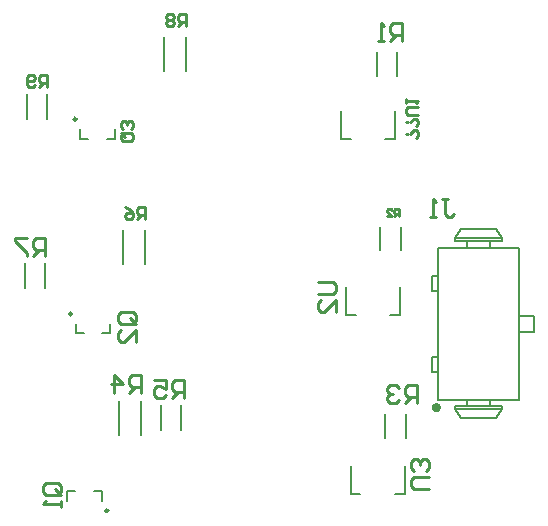
<source format=gbr>
G04*
G04 #@! TF.GenerationSoftware,Altium Limited,Altium Designer,22.4.2 (48)*
G04*
G04 Layer_Color=32896*
%FSLAX25Y25*%
%MOIN*%
G70*
G04*
G04 #@! TF.SameCoordinates,96A84167-8CB8-41EC-8849-8989CCC38216*
G04*
G04*
G04 #@! TF.FilePolarity,Positive*
G04*
G01*
G75*
%ADD11C,0.01000*%
%ADD29C,0.00984*%
%ADD30C,0.01575*%
%ADD31C,0.00787*%
%ADD32C,0.00500*%
D11*
X653712Y233140D02*
X654368Y233796D01*
Y235108D01*
X653712Y235764D01*
X653056D01*
X651744Y234452D01*
X651088D02*
X650432D01*
X653712Y237076D02*
X654368Y237732D01*
Y239044D01*
X653712Y239700D01*
X653056D01*
X651744Y238388D01*
X651088D02*
X650432D01*
X654368Y241012D02*
X651088D01*
X650432Y241668D01*
Y242980D01*
X651088Y243636D01*
X654368D01*
X650432Y244948D02*
Y246260D01*
Y245604D01*
X654368D01*
X653712Y244948D01*
X529802Y193950D02*
Y199948D01*
X526802D01*
X525803Y198948D01*
Y196949D01*
X526802Y195949D01*
X529802D01*
X527802D02*
X525803Y193950D01*
X523804Y199948D02*
X519805D01*
Y198948D01*
X523804Y194949D01*
Y193950D01*
X530642Y250296D02*
Y254232D01*
X528674D01*
X528018Y253576D01*
Y252264D01*
X528674Y251608D01*
X530642D01*
X529330D02*
X528018Y250296D01*
X526706Y250952D02*
X526050Y250296D01*
X524738D01*
X524082Y250952D01*
Y253576D01*
X524738Y254232D01*
X526050D01*
X526706Y253576D01*
Y252920D01*
X526050Y252264D01*
X524082D01*
X576258Y146410D02*
Y152409D01*
X573259D01*
X572260Y151409D01*
Y149409D01*
X573259Y148410D01*
X576258D01*
X574259D02*
X572260Y146410D01*
X566261Y152409D02*
X570260D01*
Y149409D01*
X568261Y150409D01*
X567261D01*
X566261Y149409D01*
Y147410D01*
X567261Y146410D01*
X569261D01*
X570260Y147410D01*
X561790Y148379D02*
Y154377D01*
X558791D01*
X557791Y153377D01*
Y151378D01*
X558791Y150378D01*
X561790D01*
X559790D02*
X557791Y148379D01*
X552793D02*
Y154377D01*
X555792Y151378D01*
X551793D01*
X657999Y116302D02*
X653001D01*
X652001Y117301D01*
Y119301D01*
X653001Y120300D01*
X657999D01*
X656999Y122300D02*
X657999Y123299D01*
Y125299D01*
X656999Y126298D01*
X656000D01*
X655000Y125299D01*
Y124299D01*
Y125299D01*
X654000Y126298D01*
X653001D01*
X652001Y125299D01*
Y123299D01*
X653001Y122300D01*
X621017Y185117D02*
X626015D01*
X627015Y184117D01*
Y182117D01*
X626015Y181118D01*
X621017D01*
X627015Y175120D02*
Y179118D01*
X623016Y175120D01*
X622016D01*
X621017Y176119D01*
Y178119D01*
X622016Y179118D01*
X555972Y234875D02*
X558595D01*
X559251Y234220D01*
Y232908D01*
X558595Y232252D01*
X555972D01*
X555316Y232908D01*
Y234220D01*
X556628Y233564D02*
X555316Y234875D01*
Y234220D02*
X555972Y234875D01*
X558595Y236187D02*
X559251Y236843D01*
Y238155D01*
X558595Y238811D01*
X557939D01*
X557283Y238155D01*
Y237499D01*
Y238155D01*
X556628Y238811D01*
X555972D01*
X555316Y238155D01*
Y236843D01*
X555972Y236187D01*
X559381Y171275D02*
X555382D01*
X554383Y172275D01*
Y174274D01*
X555382Y175274D01*
X559381D01*
X560381Y174274D01*
Y172275D01*
X558382Y173275D02*
X560381Y171275D01*
Y172275D02*
X559381Y171275D01*
X560381Y165277D02*
Y169276D01*
X556382Y165277D01*
X555382D01*
X554383Y166277D01*
Y168276D01*
X555382Y169276D01*
X534224Y114064D02*
X530225D01*
X529225Y115064D01*
Y117063D01*
X530225Y118063D01*
X534224D01*
X535223Y117063D01*
Y115064D01*
X533224Y116064D02*
X535223Y114064D01*
Y115064D02*
X534224Y114064D01*
X535223Y112065D02*
Y110066D01*
Y111065D01*
X529225D01*
X530225Y112065D01*
X662401Y212898D02*
X664401D01*
X663401D01*
Y207900D01*
X664401Y206900D01*
X665400D01*
X666400Y207900D01*
X660402Y206900D02*
X658403D01*
X659402D01*
Y212898D01*
X660402Y211898D01*
X577000Y270670D02*
Y274606D01*
X575032D01*
X574376Y273950D01*
Y272638D01*
X575032Y271982D01*
X577000D01*
X575688D02*
X574376Y270670D01*
X573065Y273950D02*
X572409Y274606D01*
X571097D01*
X570441Y273950D01*
Y273294D01*
X571097Y272638D01*
X570441Y271982D01*
Y271326D01*
X571097Y270670D01*
X572409D01*
X573065Y271326D01*
Y271982D01*
X572409Y272638D01*
X573065Y273294D01*
Y273950D01*
X572409Y272638D02*
X571097D01*
X563122Y206300D02*
Y210236D01*
X561154D01*
X560499Y209580D01*
Y208268D01*
X561154Y207612D01*
X563122D01*
X561810D02*
X560499Y206300D01*
X556563Y210236D02*
X557875Y209580D01*
X559187Y208268D01*
Y206956D01*
X558531Y206300D01*
X557219D01*
X556563Y206956D01*
Y207612D01*
X557219Y208268D01*
X559187D01*
X654000Y145000D02*
Y150998D01*
X651001D01*
X650001Y149998D01*
Y147999D01*
X651001Y146999D01*
X654000D01*
X652001D02*
X650001Y145000D01*
X648002Y149998D02*
X647002Y150998D01*
X645003D01*
X644003Y149998D01*
Y148999D01*
X645003Y147999D01*
X646003D01*
X645003D01*
X644003Y146999D01*
Y146000D01*
X645003Y145000D01*
X647002D01*
X648002Y146000D01*
X647932Y207087D02*
Y209448D01*
X646752D01*
X646358Y209055D01*
Y208268D01*
X646752Y207874D01*
X647932D01*
X647145D02*
X646358Y207087D01*
X643997D02*
X645571D01*
X643997Y208661D01*
Y209055D01*
X644390Y209448D01*
X645177D01*
X645571Y209055D01*
X649100Y265700D02*
Y271698D01*
X646101D01*
X645101Y270698D01*
Y268699D01*
X646101Y267699D01*
X649100D01*
X647101D02*
X645101Y265700D01*
X643102D02*
X641103D01*
X642102D01*
Y271698D01*
X643102Y270698D01*
D29*
X540453Y239469D02*
G03*
X540453Y239469I-492J0D01*
G01*
X551024Y109045D02*
G03*
X551024Y109045I-492J0D01*
G01*
X538976Y174606D02*
G03*
X538976Y174606I-492J0D01*
G01*
D30*
X661202Y143327D02*
G03*
X661202Y143327I-787J0D01*
G01*
D31*
X523425Y183256D02*
Y191548D01*
X530118Y183256D02*
Y191548D01*
X530610Y239652D02*
Y247944D01*
X523917Y239652D02*
Y247944D01*
X568504Y135913D02*
Y144205D01*
X575197Y135913D02*
Y144205D01*
X541693Y232972D02*
Y236181D01*
Y232972D02*
X544291D01*
X553189D02*
Y236181D01*
X550591Y232972D02*
X553189D01*
X548799Y112332D02*
Y115541D01*
X546201D02*
X548799D01*
X537303Y112332D02*
Y115541D01*
X539902D01*
X561870Y134196D02*
Y145638D01*
X554736Y134196D02*
Y145638D01*
X576894Y255598D02*
Y267040D01*
X569760Y255598D02*
Y267040D01*
X563167Y191211D02*
Y202652D01*
X556033Y191211D02*
Y202652D01*
X540216Y168110D02*
Y171319D01*
Y168110D02*
X542815D01*
X551713D02*
Y171319D01*
X549114Y168110D02*
X551713D01*
X631845Y114682D02*
Y124042D01*
X649955Y114682D02*
Y124042D01*
X646707Y114682D02*
X649955D01*
X631845D02*
X635093D01*
X630245Y174209D02*
X633493D01*
X645107D02*
X648355D01*
Y183569D01*
X630245Y174209D02*
Y183569D01*
X628545Y233009D02*
Y242369D01*
X646655Y233009D02*
Y242369D01*
X643407Y233009D02*
X646655D01*
X628545D02*
X631793D01*
X647345Y253971D02*
Y261892D01*
X640455Y253971D02*
Y261892D01*
X648545Y195739D02*
Y203661D01*
X641655Y195739D02*
Y203661D01*
X650245Y133271D02*
Y141192D01*
X643355Y133271D02*
Y141192D01*
D32*
X678332Y196874D02*
Y198843D01*
X688174Y168527D02*
X693016D01*
Y174039D01*
X688174D02*
X693016D01*
X658883Y182307D02*
X660615D01*
X658883D02*
Y187228D01*
X660615D01*
X658883Y155339D02*
X660615D01*
X658883D02*
Y160260D01*
X660615D01*
X680300Y139787D02*
X682268Y142740D01*
X668489Y139787D02*
X680300D01*
X666521Y142740D02*
X668489Y139787D01*
X666521Y143724D02*
X670458D01*
X666521Y142740D02*
Y143724D01*
Y142740D02*
X682268D01*
Y143724D01*
X678332D02*
X682268D01*
X678332D02*
Y145693D01*
X670458Y143724D02*
X678332D01*
X670458D02*
Y145693D01*
X666521Y199827D02*
X668489Y202780D01*
X680300D01*
X682268Y199827D01*
X678332Y198843D02*
X682268D01*
Y199827D01*
X666521D02*
X682268D01*
X666521Y198843D02*
Y199827D01*
Y198843D02*
X670458D01*
X678332D01*
X670458Y196874D02*
Y198843D01*
X687898Y145968D02*
Y196598D01*
X660890D02*
X687898D01*
X660890Y145968D02*
Y196598D01*
Y145968D02*
X687898D01*
M02*

</source>
